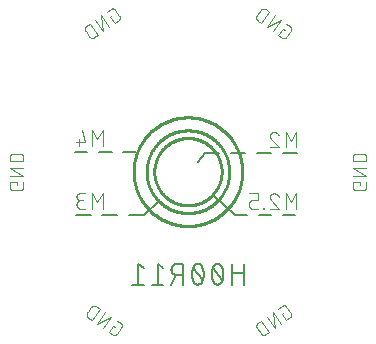
<source format=gbr>
G04 EAGLE Gerber RS-274X export*
G75*
%MOMM*%
%FSLAX34Y34*%
%LPD*%
%INSilkscreen Bottom*%
%IPPOS*%
%AMOC8*
5,1,8,0,0,1.08239X$1,22.5*%
G01*
%ADD10C,0.101600*%
%ADD11C,0.152400*%
%ADD12C,0.254000*%
%ADD13C,0.203200*%


D10*
X428096Y466183D02*
X426501Y467300D01*
X422778Y461983D01*
X425968Y459749D01*
X426051Y459694D01*
X426135Y459642D01*
X426222Y459593D01*
X426310Y459547D01*
X426400Y459505D01*
X426492Y459466D01*
X426585Y459431D01*
X426679Y459399D01*
X426774Y459371D01*
X426871Y459347D01*
X426968Y459326D01*
X427066Y459310D01*
X427165Y459296D01*
X427264Y459287D01*
X427363Y459282D01*
X427463Y459280D01*
X427562Y459282D01*
X427661Y459288D01*
X427760Y459298D01*
X427859Y459311D01*
X427957Y459329D01*
X428054Y459350D01*
X428150Y459374D01*
X428246Y459403D01*
X428340Y459435D01*
X428433Y459470D01*
X428524Y459509D01*
X428614Y459552D01*
X428702Y459598D01*
X428788Y459647D01*
X428873Y459700D01*
X428955Y459756D01*
X429035Y459815D01*
X429113Y459877D01*
X429188Y459942D01*
X429261Y460009D01*
X429331Y460080D01*
X429399Y460153D01*
X429463Y460229D01*
X429525Y460307D01*
X429584Y460387D01*
X433307Y465704D01*
X433362Y465787D01*
X433414Y465871D01*
X433463Y465958D01*
X433509Y466046D01*
X433551Y466136D01*
X433590Y466228D01*
X433625Y466321D01*
X433657Y466415D01*
X433685Y466510D01*
X433709Y466607D01*
X433730Y466704D01*
X433746Y466802D01*
X433760Y466901D01*
X433769Y467000D01*
X433774Y467099D01*
X433776Y467199D01*
X433774Y467298D01*
X433768Y467397D01*
X433758Y467496D01*
X433745Y467595D01*
X433727Y467693D01*
X433706Y467790D01*
X433682Y467886D01*
X433653Y467982D01*
X433621Y468076D01*
X433586Y468169D01*
X433547Y468260D01*
X433504Y468350D01*
X433458Y468438D01*
X433409Y468524D01*
X433356Y468609D01*
X433300Y468691D01*
X433241Y468771D01*
X433179Y468849D01*
X433114Y468924D01*
X433047Y468997D01*
X432976Y469067D01*
X432903Y469135D01*
X432827Y469199D01*
X432749Y469261D01*
X432669Y469320D01*
X432670Y469320D02*
X429479Y471554D01*
X424810Y474824D02*
X418108Y465253D01*
X412791Y468976D02*
X424810Y474824D01*
X419492Y478547D02*
X412791Y468976D01*
X408121Y472246D02*
X414822Y481817D01*
X412164Y483678D01*
X412164Y483679D02*
X412070Y483742D01*
X411974Y483802D01*
X411876Y483859D01*
X411776Y483912D01*
X411674Y483962D01*
X411570Y484008D01*
X411465Y484050D01*
X411359Y484089D01*
X411251Y484124D01*
X411142Y484155D01*
X411032Y484183D01*
X410921Y484206D01*
X410810Y484226D01*
X410698Y484242D01*
X410585Y484254D01*
X410472Y484262D01*
X410359Y484266D01*
X410245Y484266D01*
X410132Y484262D01*
X410019Y484254D01*
X409906Y484242D01*
X409794Y484226D01*
X409683Y484206D01*
X409572Y484183D01*
X409462Y484155D01*
X409353Y484124D01*
X409245Y484089D01*
X409139Y484050D01*
X409034Y484008D01*
X408930Y483962D01*
X408828Y483912D01*
X408728Y483859D01*
X408630Y483802D01*
X408534Y483742D01*
X408440Y483679D01*
X408349Y483612D01*
X408259Y483543D01*
X408172Y483470D01*
X408088Y483394D01*
X408007Y483315D01*
X407928Y483234D01*
X407852Y483150D01*
X407779Y483063D01*
X407710Y482974D01*
X407643Y482882D01*
X407644Y482881D02*
X404665Y478628D01*
X404602Y478534D01*
X404542Y478438D01*
X404485Y478340D01*
X404432Y478240D01*
X404382Y478138D01*
X404336Y478034D01*
X404294Y477929D01*
X404255Y477823D01*
X404220Y477715D01*
X404189Y477606D01*
X404161Y477496D01*
X404138Y477385D01*
X404118Y477274D01*
X404102Y477162D01*
X404090Y477049D01*
X404082Y476936D01*
X404078Y476823D01*
X404078Y476709D01*
X404082Y476596D01*
X404090Y476483D01*
X404102Y476370D01*
X404118Y476258D01*
X404138Y476147D01*
X404161Y476036D01*
X404189Y475926D01*
X404220Y475817D01*
X404255Y475709D01*
X404294Y475603D01*
X404336Y475498D01*
X404382Y475394D01*
X404432Y475292D01*
X404485Y475192D01*
X404542Y475094D01*
X404602Y474998D01*
X404665Y474904D01*
X404732Y474812D01*
X404801Y474723D01*
X404874Y474636D01*
X404950Y474552D01*
X405029Y474471D01*
X405110Y474392D01*
X405194Y474316D01*
X405281Y474243D01*
X405371Y474174D01*
X405462Y474107D01*
X408121Y472246D01*
X492049Y337254D02*
X492049Y335306D01*
X492049Y337254D02*
X485558Y337254D01*
X485558Y333359D01*
X485560Y333260D01*
X485566Y333160D01*
X485575Y333061D01*
X485588Y332963D01*
X485605Y332865D01*
X485626Y332767D01*
X485651Y332671D01*
X485679Y332576D01*
X485711Y332482D01*
X485746Y332389D01*
X485785Y332297D01*
X485828Y332207D01*
X485873Y332119D01*
X485923Y332032D01*
X485975Y331948D01*
X486031Y331865D01*
X486089Y331785D01*
X486151Y331707D01*
X486216Y331632D01*
X486284Y331559D01*
X486354Y331489D01*
X486427Y331421D01*
X486502Y331356D01*
X486580Y331294D01*
X486660Y331236D01*
X486743Y331180D01*
X486827Y331128D01*
X486914Y331078D01*
X487002Y331033D01*
X487092Y330990D01*
X487184Y330951D01*
X487277Y330916D01*
X487371Y330884D01*
X487466Y330856D01*
X487562Y330831D01*
X487660Y330810D01*
X487758Y330793D01*
X487856Y330780D01*
X487955Y330771D01*
X488055Y330765D01*
X488154Y330763D01*
X494646Y330763D01*
X494745Y330765D01*
X494845Y330771D01*
X494944Y330780D01*
X495042Y330793D01*
X495140Y330810D01*
X495238Y330831D01*
X495334Y330856D01*
X495429Y330884D01*
X495523Y330916D01*
X495616Y330951D01*
X495708Y330990D01*
X495798Y331033D01*
X495886Y331078D01*
X495973Y331128D01*
X496057Y331180D01*
X496140Y331236D01*
X496220Y331294D01*
X496298Y331356D01*
X496373Y331421D01*
X496446Y331489D01*
X496516Y331559D01*
X496584Y331632D01*
X496649Y331707D01*
X496711Y331785D01*
X496769Y331865D01*
X496825Y331948D01*
X496877Y332032D01*
X496927Y332119D01*
X496972Y332207D01*
X497015Y332297D01*
X497054Y332389D01*
X497089Y332481D01*
X497121Y332576D01*
X497149Y332671D01*
X497174Y332767D01*
X497195Y332865D01*
X497212Y332963D01*
X497225Y333061D01*
X497234Y333160D01*
X497240Y333260D01*
X497242Y333359D01*
X497242Y337254D01*
X497242Y342954D02*
X485558Y342954D01*
X485558Y349446D02*
X497242Y342954D01*
X497242Y349446D02*
X485558Y349446D01*
X485558Y355146D02*
X497242Y355146D01*
X497242Y358392D01*
X497240Y358505D01*
X497234Y358618D01*
X497224Y358731D01*
X497210Y358844D01*
X497193Y358956D01*
X497171Y359067D01*
X497146Y359177D01*
X497116Y359287D01*
X497083Y359395D01*
X497046Y359502D01*
X497006Y359608D01*
X496961Y359712D01*
X496913Y359815D01*
X496862Y359916D01*
X496807Y360015D01*
X496749Y360112D01*
X496687Y360207D01*
X496622Y360300D01*
X496554Y360390D01*
X496483Y360478D01*
X496408Y360564D01*
X496331Y360647D01*
X496251Y360727D01*
X496168Y360804D01*
X496082Y360879D01*
X495994Y360950D01*
X495904Y361018D01*
X495811Y361083D01*
X495716Y361145D01*
X495619Y361203D01*
X495520Y361258D01*
X495419Y361309D01*
X495316Y361357D01*
X495212Y361402D01*
X495106Y361442D01*
X494999Y361479D01*
X494891Y361512D01*
X494781Y361542D01*
X494671Y361567D01*
X494560Y361589D01*
X494448Y361606D01*
X494335Y361620D01*
X494222Y361630D01*
X494109Y361636D01*
X493996Y361638D01*
X488804Y361638D01*
X488691Y361636D01*
X488578Y361630D01*
X488465Y361620D01*
X488352Y361606D01*
X488240Y361589D01*
X488129Y361567D01*
X488019Y361542D01*
X487909Y361512D01*
X487801Y361479D01*
X487694Y361442D01*
X487588Y361402D01*
X487484Y361357D01*
X487381Y361309D01*
X487280Y361258D01*
X487181Y361203D01*
X487084Y361145D01*
X486989Y361083D01*
X486896Y361018D01*
X486806Y360950D01*
X486718Y360879D01*
X486632Y360804D01*
X486549Y360727D01*
X486469Y360647D01*
X486392Y360564D01*
X486317Y360478D01*
X486246Y360390D01*
X486178Y360300D01*
X486113Y360207D01*
X486051Y360112D01*
X485993Y360015D01*
X485938Y359916D01*
X485887Y359815D01*
X485839Y359712D01*
X485794Y359608D01*
X485754Y359502D01*
X485717Y359395D01*
X485684Y359287D01*
X485654Y359177D01*
X485629Y359067D01*
X485607Y358956D01*
X485590Y358844D01*
X485576Y358731D01*
X485566Y358618D01*
X485560Y358505D01*
X485558Y358392D01*
X485558Y355146D01*
X427351Y227280D02*
X425756Y226163D01*
X429479Y220846D01*
X432670Y223080D01*
X432669Y223080D02*
X432749Y223139D01*
X432827Y223201D01*
X432903Y223265D01*
X432976Y223333D01*
X433047Y223403D01*
X433114Y223476D01*
X433179Y223551D01*
X433241Y223629D01*
X433300Y223709D01*
X433356Y223791D01*
X433409Y223876D01*
X433458Y223962D01*
X433504Y224050D01*
X433547Y224140D01*
X433586Y224231D01*
X433621Y224324D01*
X433653Y224418D01*
X433682Y224514D01*
X433706Y224610D01*
X433727Y224707D01*
X433745Y224805D01*
X433758Y224904D01*
X433768Y225003D01*
X433774Y225102D01*
X433776Y225201D01*
X433774Y225301D01*
X433769Y225400D01*
X433759Y225499D01*
X433746Y225598D01*
X433730Y225696D01*
X433709Y225793D01*
X433685Y225890D01*
X433657Y225985D01*
X433625Y226079D01*
X433590Y226172D01*
X433551Y226264D01*
X433509Y226354D01*
X433463Y226442D01*
X433414Y226529D01*
X433362Y226613D01*
X433307Y226696D01*
X429584Y232013D01*
X429525Y232093D01*
X429463Y232171D01*
X429399Y232247D01*
X429331Y232320D01*
X429261Y232391D01*
X429188Y232458D01*
X429113Y232523D01*
X429035Y232585D01*
X428955Y232644D01*
X428873Y232700D01*
X428788Y232753D01*
X428702Y232802D01*
X428614Y232848D01*
X428524Y232891D01*
X428433Y232930D01*
X428340Y232965D01*
X428246Y232997D01*
X428150Y233026D01*
X428054Y233050D01*
X427957Y233071D01*
X427859Y233089D01*
X427760Y233102D01*
X427661Y233112D01*
X427562Y233118D01*
X427463Y233120D01*
X427363Y233118D01*
X427264Y233113D01*
X427165Y233104D01*
X427066Y233090D01*
X426968Y233074D01*
X426871Y233053D01*
X426774Y233029D01*
X426679Y233001D01*
X426585Y232969D01*
X426492Y232934D01*
X426400Y232895D01*
X426310Y232853D01*
X426222Y232807D01*
X426135Y232758D01*
X426051Y232706D01*
X425968Y232651D01*
X422778Y230417D01*
X418108Y227147D02*
X424809Y217576D01*
X419492Y213853D02*
X418108Y227147D01*
X412791Y223424D02*
X419492Y213853D01*
X414822Y210583D02*
X408121Y220154D01*
X405462Y218292D01*
X405462Y218293D02*
X405371Y218226D01*
X405281Y218157D01*
X405194Y218084D01*
X405110Y218008D01*
X405029Y217929D01*
X404950Y217848D01*
X404874Y217764D01*
X404801Y217677D01*
X404732Y217588D01*
X404665Y217496D01*
X404602Y217402D01*
X404542Y217306D01*
X404485Y217208D01*
X404432Y217108D01*
X404382Y217006D01*
X404336Y216902D01*
X404294Y216797D01*
X404255Y216691D01*
X404220Y216583D01*
X404189Y216474D01*
X404161Y216364D01*
X404138Y216253D01*
X404118Y216142D01*
X404102Y216030D01*
X404090Y215917D01*
X404082Y215804D01*
X404078Y215691D01*
X404078Y215577D01*
X404082Y215464D01*
X404090Y215351D01*
X404102Y215238D01*
X404118Y215126D01*
X404138Y215015D01*
X404161Y214904D01*
X404189Y214794D01*
X404220Y214685D01*
X404255Y214577D01*
X404294Y214471D01*
X404336Y214366D01*
X404382Y214262D01*
X404432Y214160D01*
X404485Y214060D01*
X404542Y213962D01*
X404602Y213866D01*
X404665Y213772D01*
X407644Y209518D01*
X407643Y209518D02*
X407710Y209427D01*
X407779Y209337D01*
X407852Y209250D01*
X407928Y209166D01*
X408007Y209085D01*
X408088Y209006D01*
X408172Y208930D01*
X408259Y208857D01*
X408349Y208788D01*
X408440Y208721D01*
X408534Y208658D01*
X408630Y208598D01*
X408728Y208541D01*
X408828Y208488D01*
X408930Y208438D01*
X409034Y208392D01*
X409139Y208350D01*
X409245Y208311D01*
X409353Y208276D01*
X409462Y208245D01*
X409572Y208217D01*
X409683Y208194D01*
X409794Y208174D01*
X409906Y208158D01*
X410019Y208146D01*
X410132Y208138D01*
X410245Y208134D01*
X410359Y208134D01*
X410472Y208138D01*
X410585Y208146D01*
X410698Y208158D01*
X410810Y208174D01*
X410921Y208194D01*
X411032Y208217D01*
X411142Y208245D01*
X411251Y208276D01*
X411359Y208311D01*
X411465Y208350D01*
X411570Y208392D01*
X411674Y208438D01*
X411776Y208488D01*
X411876Y208541D01*
X411974Y208598D01*
X412070Y208658D01*
X412164Y208721D01*
X414822Y210583D01*
X201649Y335306D02*
X201649Y337254D01*
X195158Y337254D01*
X195158Y333359D01*
X195160Y333260D01*
X195166Y333160D01*
X195175Y333061D01*
X195188Y332963D01*
X195205Y332865D01*
X195226Y332767D01*
X195251Y332671D01*
X195279Y332576D01*
X195311Y332482D01*
X195346Y332389D01*
X195385Y332297D01*
X195428Y332207D01*
X195473Y332119D01*
X195523Y332032D01*
X195575Y331948D01*
X195631Y331865D01*
X195689Y331785D01*
X195751Y331707D01*
X195816Y331632D01*
X195884Y331559D01*
X195954Y331489D01*
X196027Y331421D01*
X196102Y331356D01*
X196180Y331294D01*
X196260Y331236D01*
X196343Y331180D01*
X196427Y331128D01*
X196514Y331078D01*
X196602Y331033D01*
X196692Y330990D01*
X196784Y330951D01*
X196877Y330916D01*
X196971Y330884D01*
X197066Y330856D01*
X197162Y330831D01*
X197260Y330810D01*
X197358Y330793D01*
X197456Y330780D01*
X197555Y330771D01*
X197655Y330765D01*
X197754Y330763D01*
X204246Y330763D01*
X204345Y330765D01*
X204445Y330771D01*
X204544Y330780D01*
X204642Y330793D01*
X204740Y330810D01*
X204838Y330831D01*
X204934Y330856D01*
X205029Y330884D01*
X205123Y330916D01*
X205216Y330951D01*
X205308Y330990D01*
X205398Y331033D01*
X205486Y331078D01*
X205573Y331128D01*
X205657Y331180D01*
X205740Y331236D01*
X205820Y331294D01*
X205898Y331356D01*
X205973Y331421D01*
X206046Y331489D01*
X206116Y331559D01*
X206184Y331632D01*
X206249Y331707D01*
X206311Y331785D01*
X206369Y331865D01*
X206425Y331948D01*
X206477Y332032D01*
X206527Y332119D01*
X206572Y332207D01*
X206615Y332297D01*
X206654Y332389D01*
X206689Y332481D01*
X206721Y332576D01*
X206749Y332671D01*
X206774Y332767D01*
X206795Y332865D01*
X206812Y332963D01*
X206825Y333061D01*
X206834Y333160D01*
X206840Y333260D01*
X206842Y333359D01*
X206842Y337254D01*
X206842Y342954D02*
X195158Y342954D01*
X195158Y349446D02*
X206842Y342954D01*
X206842Y349446D02*
X195158Y349446D01*
X195158Y355146D02*
X206842Y355146D01*
X206842Y358392D01*
X206840Y358505D01*
X206834Y358618D01*
X206824Y358731D01*
X206810Y358844D01*
X206793Y358956D01*
X206771Y359067D01*
X206746Y359177D01*
X206716Y359287D01*
X206683Y359395D01*
X206646Y359502D01*
X206606Y359608D01*
X206561Y359712D01*
X206513Y359815D01*
X206462Y359916D01*
X206407Y360015D01*
X206349Y360112D01*
X206287Y360207D01*
X206222Y360300D01*
X206154Y360390D01*
X206083Y360478D01*
X206008Y360564D01*
X205931Y360647D01*
X205851Y360727D01*
X205768Y360804D01*
X205682Y360879D01*
X205594Y360950D01*
X205504Y361018D01*
X205411Y361083D01*
X205316Y361145D01*
X205219Y361203D01*
X205120Y361258D01*
X205019Y361309D01*
X204916Y361357D01*
X204812Y361402D01*
X204706Y361442D01*
X204599Y361479D01*
X204491Y361512D01*
X204381Y361542D01*
X204271Y361567D01*
X204160Y361589D01*
X204048Y361606D01*
X203935Y361620D01*
X203822Y361630D01*
X203709Y361636D01*
X203596Y361638D01*
X198404Y361638D01*
X198291Y361636D01*
X198178Y361630D01*
X198065Y361620D01*
X197952Y361606D01*
X197840Y361589D01*
X197729Y361567D01*
X197619Y361542D01*
X197509Y361512D01*
X197401Y361479D01*
X197294Y361442D01*
X197188Y361402D01*
X197084Y361357D01*
X196981Y361309D01*
X196880Y361258D01*
X196781Y361203D01*
X196684Y361145D01*
X196589Y361083D01*
X196496Y361018D01*
X196406Y360950D01*
X196318Y360879D01*
X196232Y360804D01*
X196149Y360727D01*
X196069Y360647D01*
X195992Y360564D01*
X195917Y360478D01*
X195846Y360390D01*
X195778Y360300D01*
X195713Y360207D01*
X195651Y360112D01*
X195593Y360015D01*
X195538Y359916D01*
X195487Y359815D01*
X195439Y359712D01*
X195394Y359608D01*
X195354Y359502D01*
X195317Y359395D01*
X195284Y359287D01*
X195254Y359177D01*
X195229Y359067D01*
X195207Y358956D01*
X195190Y358844D01*
X195176Y358731D01*
X195166Y358618D01*
X195160Y358505D01*
X195158Y358392D01*
X195158Y355146D01*
X280556Y477563D02*
X282151Y478680D01*
X280556Y477563D02*
X284279Y472246D01*
X287470Y474480D01*
X287469Y474480D02*
X287549Y474539D01*
X287627Y474601D01*
X287703Y474665D01*
X287776Y474733D01*
X287847Y474803D01*
X287914Y474876D01*
X287979Y474951D01*
X288041Y475029D01*
X288100Y475109D01*
X288156Y475191D01*
X288209Y475276D01*
X288258Y475362D01*
X288304Y475450D01*
X288347Y475540D01*
X288386Y475631D01*
X288421Y475724D01*
X288453Y475818D01*
X288482Y475914D01*
X288506Y476010D01*
X288527Y476107D01*
X288545Y476205D01*
X288558Y476304D01*
X288568Y476403D01*
X288574Y476502D01*
X288576Y476601D01*
X288574Y476701D01*
X288569Y476800D01*
X288559Y476899D01*
X288546Y476998D01*
X288530Y477096D01*
X288509Y477193D01*
X288485Y477290D01*
X288457Y477385D01*
X288425Y477479D01*
X288390Y477572D01*
X288351Y477664D01*
X288309Y477754D01*
X288263Y477842D01*
X288214Y477929D01*
X288162Y478013D01*
X288107Y478096D01*
X284384Y483413D01*
X284325Y483493D01*
X284263Y483571D01*
X284199Y483647D01*
X284131Y483720D01*
X284061Y483791D01*
X283988Y483858D01*
X283913Y483923D01*
X283835Y483985D01*
X283755Y484044D01*
X283673Y484100D01*
X283588Y484153D01*
X283502Y484202D01*
X283414Y484248D01*
X283324Y484291D01*
X283233Y484330D01*
X283140Y484365D01*
X283046Y484397D01*
X282950Y484426D01*
X282854Y484450D01*
X282757Y484471D01*
X282659Y484489D01*
X282560Y484502D01*
X282461Y484512D01*
X282362Y484518D01*
X282263Y484520D01*
X282163Y484518D01*
X282064Y484513D01*
X281965Y484504D01*
X281866Y484490D01*
X281768Y484474D01*
X281671Y484453D01*
X281574Y484429D01*
X281479Y484401D01*
X281385Y484369D01*
X281292Y484334D01*
X281200Y484295D01*
X281110Y484253D01*
X281022Y484207D01*
X280935Y484158D01*
X280851Y484106D01*
X280768Y484051D01*
X277578Y481817D01*
X272908Y478547D02*
X279609Y468976D01*
X274292Y465253D02*
X272908Y478547D01*
X267591Y474824D02*
X274292Y465253D01*
X269622Y461983D02*
X262921Y471554D01*
X260262Y469692D01*
X260262Y469693D02*
X260171Y469626D01*
X260081Y469557D01*
X259994Y469484D01*
X259910Y469408D01*
X259829Y469329D01*
X259750Y469248D01*
X259674Y469164D01*
X259601Y469077D01*
X259532Y468988D01*
X259465Y468896D01*
X259402Y468802D01*
X259342Y468706D01*
X259285Y468608D01*
X259232Y468508D01*
X259182Y468406D01*
X259136Y468302D01*
X259094Y468197D01*
X259055Y468091D01*
X259020Y467983D01*
X258989Y467874D01*
X258961Y467764D01*
X258938Y467653D01*
X258918Y467542D01*
X258902Y467430D01*
X258890Y467317D01*
X258882Y467204D01*
X258878Y467091D01*
X258878Y466977D01*
X258882Y466864D01*
X258890Y466751D01*
X258902Y466638D01*
X258918Y466526D01*
X258938Y466415D01*
X258961Y466304D01*
X258989Y466194D01*
X259020Y466085D01*
X259055Y465977D01*
X259094Y465871D01*
X259136Y465766D01*
X259182Y465662D01*
X259232Y465560D01*
X259285Y465460D01*
X259342Y465362D01*
X259402Y465266D01*
X259465Y465172D01*
X262444Y460918D01*
X262443Y460918D02*
X262510Y460827D01*
X262579Y460737D01*
X262652Y460650D01*
X262728Y460566D01*
X262807Y460485D01*
X262888Y460406D01*
X262972Y460330D01*
X263059Y460257D01*
X263149Y460188D01*
X263240Y460121D01*
X263334Y460058D01*
X263430Y459998D01*
X263528Y459941D01*
X263628Y459888D01*
X263730Y459838D01*
X263834Y459792D01*
X263939Y459750D01*
X264045Y459711D01*
X264153Y459676D01*
X264262Y459645D01*
X264372Y459617D01*
X264483Y459594D01*
X264594Y459574D01*
X264706Y459558D01*
X264819Y459546D01*
X264932Y459538D01*
X265045Y459534D01*
X265159Y459534D01*
X265272Y459538D01*
X265385Y459546D01*
X265498Y459558D01*
X265610Y459574D01*
X265721Y459594D01*
X265832Y459617D01*
X265942Y459645D01*
X266051Y459676D01*
X266159Y459711D01*
X266265Y459750D01*
X266370Y459792D01*
X266474Y459838D01*
X266576Y459888D01*
X266676Y459941D01*
X266774Y459998D01*
X266870Y460058D01*
X266964Y460121D01*
X269622Y461983D01*
D11*
X393575Y268493D02*
X393575Y250713D01*
X393575Y260591D02*
X383698Y260591D01*
X383698Y268493D02*
X383698Y250713D01*
X376267Y259603D02*
X376263Y259953D01*
X376250Y260302D01*
X376229Y260651D01*
X376200Y261000D01*
X376163Y261348D01*
X376117Y261695D01*
X376063Y262040D01*
X376001Y262384D01*
X375930Y262727D01*
X375851Y263068D01*
X375765Y263407D01*
X375670Y263743D01*
X375567Y264078D01*
X375456Y264409D01*
X375338Y264739D01*
X375211Y265065D01*
X375077Y265388D01*
X374935Y265707D01*
X374785Y266024D01*
X374745Y266137D01*
X374701Y266247D01*
X374653Y266357D01*
X374602Y266464D01*
X374547Y266570D01*
X374489Y266675D01*
X374427Y266777D01*
X374362Y266877D01*
X374294Y266975D01*
X374223Y267071D01*
X374148Y267164D01*
X374071Y267255D01*
X373991Y267343D01*
X373908Y267428D01*
X373822Y267511D01*
X373733Y267591D01*
X373642Y267668D01*
X373548Y267742D01*
X373452Y267813D01*
X373354Y267881D01*
X373254Y267945D01*
X373151Y268007D01*
X373047Y268064D01*
X372941Y268119D01*
X372833Y268170D01*
X372723Y268217D01*
X372612Y268261D01*
X372500Y268301D01*
X372386Y268337D01*
X372272Y268370D01*
X372156Y268399D01*
X372039Y268424D01*
X371922Y268445D01*
X371804Y268463D01*
X371685Y268476D01*
X371566Y268486D01*
X371447Y268492D01*
X371328Y268494D01*
X371328Y268493D02*
X371209Y268491D01*
X371090Y268485D01*
X370971Y268475D01*
X370852Y268462D01*
X370734Y268444D01*
X370617Y268423D01*
X370500Y268398D01*
X370384Y268369D01*
X370270Y268336D01*
X370156Y268300D01*
X370044Y268260D01*
X369933Y268216D01*
X369823Y268169D01*
X369715Y268118D01*
X369609Y268063D01*
X369505Y268006D01*
X369402Y267944D01*
X369302Y267880D01*
X369204Y267812D01*
X369108Y267741D01*
X369014Y267667D01*
X368923Y267590D01*
X368834Y267510D01*
X368749Y267427D01*
X368665Y267342D01*
X368585Y267254D01*
X368508Y267163D01*
X368433Y267070D01*
X368362Y266974D01*
X368294Y266876D01*
X368229Y266776D01*
X368167Y266674D01*
X368109Y266569D01*
X368054Y266464D01*
X368003Y266356D01*
X367955Y266246D01*
X367911Y266136D01*
X367871Y266023D01*
X367871Y266024D02*
X367721Y265707D01*
X367579Y265388D01*
X367445Y265065D01*
X367318Y264739D01*
X367200Y264409D01*
X367089Y264078D01*
X366986Y263743D01*
X366891Y263407D01*
X366805Y263068D01*
X366726Y262727D01*
X366655Y262384D01*
X366593Y262040D01*
X366539Y261695D01*
X366493Y261348D01*
X366456Y261000D01*
X366427Y260651D01*
X366406Y260302D01*
X366393Y259953D01*
X366389Y259603D01*
X376266Y259603D02*
X376262Y259253D01*
X376249Y258904D01*
X376228Y258555D01*
X376199Y258206D01*
X376162Y257858D01*
X376116Y257511D01*
X376062Y257166D01*
X376000Y256822D01*
X375929Y256479D01*
X375850Y256138D01*
X375764Y255799D01*
X375669Y255463D01*
X375566Y255128D01*
X375455Y254797D01*
X375337Y254468D01*
X375210Y254141D01*
X375076Y253818D01*
X374934Y253499D01*
X374784Y253183D01*
X374785Y253183D02*
X374745Y253070D01*
X374701Y252960D01*
X374653Y252850D01*
X374602Y252743D01*
X374547Y252637D01*
X374489Y252532D01*
X374427Y252430D01*
X374362Y252330D01*
X374294Y252232D01*
X374223Y252136D01*
X374148Y252043D01*
X374071Y251952D01*
X373991Y251864D01*
X373908Y251779D01*
X373822Y251696D01*
X373733Y251616D01*
X373642Y251539D01*
X373548Y251465D01*
X373452Y251394D01*
X373354Y251326D01*
X373254Y251262D01*
X373151Y251200D01*
X373047Y251143D01*
X372941Y251088D01*
X372833Y251037D01*
X372723Y250990D01*
X372612Y250946D01*
X372500Y250906D01*
X372386Y250870D01*
X372272Y250837D01*
X372156Y250808D01*
X372039Y250783D01*
X371922Y250762D01*
X371804Y250744D01*
X371685Y250731D01*
X371566Y250721D01*
X371447Y250715D01*
X371328Y250713D01*
X367871Y253183D02*
X367721Y253499D01*
X367579Y253818D01*
X367445Y254141D01*
X367318Y254468D01*
X367200Y254797D01*
X367089Y255128D01*
X366986Y255463D01*
X366891Y255799D01*
X366805Y256138D01*
X366726Y256479D01*
X366655Y256822D01*
X366593Y257166D01*
X366539Y257511D01*
X366493Y257858D01*
X366456Y258206D01*
X366427Y258555D01*
X366406Y258904D01*
X366393Y259253D01*
X366389Y259603D01*
X367871Y253183D02*
X367911Y253070D01*
X367955Y252960D01*
X368003Y252850D01*
X368054Y252742D01*
X368109Y252636D01*
X368167Y252532D01*
X368229Y252430D01*
X368294Y252330D01*
X368362Y252232D01*
X368433Y252136D01*
X368508Y252043D01*
X368585Y251952D01*
X368665Y251864D01*
X368749Y251779D01*
X368834Y251696D01*
X368923Y251616D01*
X369014Y251539D01*
X369108Y251465D01*
X369204Y251394D01*
X369302Y251326D01*
X369402Y251262D01*
X369505Y251200D01*
X369609Y251142D01*
X369715Y251088D01*
X369823Y251037D01*
X369933Y250990D01*
X370044Y250946D01*
X370156Y250906D01*
X370270Y250870D01*
X370384Y250837D01*
X370500Y250808D01*
X370617Y250783D01*
X370734Y250762D01*
X370852Y250744D01*
X370971Y250731D01*
X371090Y250721D01*
X371209Y250715D01*
X371328Y250713D01*
X375279Y254664D02*
X367377Y264542D01*
X359516Y259603D02*
X359512Y259953D01*
X359499Y260302D01*
X359478Y260651D01*
X359449Y261000D01*
X359412Y261348D01*
X359366Y261695D01*
X359312Y262040D01*
X359250Y262384D01*
X359179Y262727D01*
X359100Y263068D01*
X359014Y263407D01*
X358919Y263743D01*
X358816Y264078D01*
X358705Y264409D01*
X358587Y264739D01*
X358460Y265065D01*
X358326Y265388D01*
X358184Y265707D01*
X358034Y266024D01*
X357994Y266137D01*
X357950Y266247D01*
X357902Y266357D01*
X357851Y266464D01*
X357796Y266570D01*
X357738Y266675D01*
X357676Y266777D01*
X357611Y266877D01*
X357543Y266975D01*
X357472Y267071D01*
X357397Y267164D01*
X357320Y267255D01*
X357240Y267343D01*
X357157Y267428D01*
X357071Y267511D01*
X356982Y267591D01*
X356891Y267668D01*
X356797Y267742D01*
X356701Y267813D01*
X356603Y267881D01*
X356503Y267945D01*
X356400Y268007D01*
X356296Y268064D01*
X356190Y268119D01*
X356082Y268170D01*
X355972Y268217D01*
X355861Y268261D01*
X355749Y268301D01*
X355635Y268337D01*
X355521Y268370D01*
X355405Y268399D01*
X355288Y268424D01*
X355171Y268445D01*
X355053Y268463D01*
X354934Y268476D01*
X354815Y268486D01*
X354696Y268492D01*
X354577Y268494D01*
X354577Y268493D02*
X354458Y268491D01*
X354339Y268485D01*
X354220Y268475D01*
X354101Y268462D01*
X353983Y268444D01*
X353866Y268423D01*
X353749Y268398D01*
X353633Y268369D01*
X353519Y268336D01*
X353405Y268300D01*
X353293Y268260D01*
X353182Y268216D01*
X353072Y268169D01*
X352964Y268118D01*
X352858Y268063D01*
X352754Y268006D01*
X352651Y267944D01*
X352551Y267880D01*
X352453Y267812D01*
X352357Y267741D01*
X352263Y267667D01*
X352172Y267590D01*
X352083Y267510D01*
X351998Y267427D01*
X351914Y267342D01*
X351834Y267254D01*
X351757Y267163D01*
X351682Y267070D01*
X351611Y266974D01*
X351543Y266876D01*
X351478Y266776D01*
X351416Y266674D01*
X351358Y266569D01*
X351303Y266464D01*
X351252Y266356D01*
X351204Y266246D01*
X351160Y266136D01*
X351120Y266023D01*
X351120Y266024D02*
X350970Y265707D01*
X350828Y265388D01*
X350694Y265065D01*
X350567Y264739D01*
X350449Y264409D01*
X350338Y264078D01*
X350235Y263743D01*
X350140Y263407D01*
X350054Y263068D01*
X349975Y262727D01*
X349904Y262384D01*
X349842Y262040D01*
X349788Y261695D01*
X349742Y261348D01*
X349705Y261000D01*
X349676Y260651D01*
X349655Y260302D01*
X349642Y259953D01*
X349638Y259603D01*
X359516Y259603D02*
X359512Y259253D01*
X359499Y258904D01*
X359478Y258555D01*
X359449Y258206D01*
X359412Y257858D01*
X359366Y257511D01*
X359312Y257166D01*
X359250Y256822D01*
X359179Y256479D01*
X359100Y256138D01*
X359014Y255799D01*
X358919Y255463D01*
X358816Y255128D01*
X358705Y254797D01*
X358587Y254468D01*
X358460Y254141D01*
X358326Y253818D01*
X358184Y253499D01*
X358034Y253183D01*
X357994Y253070D01*
X357950Y252960D01*
X357902Y252850D01*
X357851Y252743D01*
X357796Y252637D01*
X357738Y252532D01*
X357676Y252430D01*
X357611Y252330D01*
X357543Y252232D01*
X357472Y252136D01*
X357397Y252043D01*
X357320Y251952D01*
X357240Y251864D01*
X357157Y251779D01*
X357071Y251696D01*
X356982Y251616D01*
X356891Y251539D01*
X356797Y251465D01*
X356701Y251394D01*
X356603Y251326D01*
X356503Y251262D01*
X356400Y251200D01*
X356296Y251143D01*
X356190Y251088D01*
X356082Y251037D01*
X355972Y250990D01*
X355861Y250946D01*
X355749Y250906D01*
X355635Y250870D01*
X355521Y250837D01*
X355405Y250808D01*
X355288Y250783D01*
X355171Y250762D01*
X355053Y250744D01*
X354934Y250731D01*
X354815Y250721D01*
X354696Y250715D01*
X354577Y250713D01*
X351121Y253183D02*
X350971Y253499D01*
X350829Y253818D01*
X350695Y254141D01*
X350568Y254468D01*
X350450Y254797D01*
X350339Y255128D01*
X350236Y255463D01*
X350141Y255799D01*
X350055Y256138D01*
X349976Y256479D01*
X349905Y256822D01*
X349843Y257166D01*
X349789Y257511D01*
X349743Y257858D01*
X349706Y258206D01*
X349677Y258555D01*
X349656Y258904D01*
X349643Y259253D01*
X349639Y259603D01*
X351120Y253183D02*
X351160Y253070D01*
X351204Y252960D01*
X351252Y252850D01*
X351303Y252742D01*
X351358Y252636D01*
X351416Y252532D01*
X351478Y252430D01*
X351543Y252330D01*
X351611Y252232D01*
X351682Y252136D01*
X351757Y252043D01*
X351834Y251952D01*
X351914Y251864D01*
X351998Y251779D01*
X352083Y251696D01*
X352172Y251616D01*
X352263Y251539D01*
X352357Y251465D01*
X352453Y251394D01*
X352551Y251326D01*
X352651Y251262D01*
X352754Y251200D01*
X352858Y251142D01*
X352964Y251088D01*
X353072Y251037D01*
X353182Y250990D01*
X353293Y250946D01*
X353405Y250906D01*
X353519Y250870D01*
X353633Y250837D01*
X353749Y250808D01*
X353866Y250783D01*
X353983Y250762D01*
X354101Y250744D01*
X354220Y250731D01*
X354339Y250721D01*
X354458Y250715D01*
X354577Y250713D01*
X358528Y254664D02*
X350626Y264542D01*
X342122Y268493D02*
X342122Y250713D01*
X342122Y268493D02*
X337183Y268493D01*
X337043Y268491D01*
X336904Y268485D01*
X336764Y268475D01*
X336625Y268461D01*
X336486Y268444D01*
X336348Y268422D01*
X336211Y268396D01*
X336074Y268367D01*
X335938Y268334D01*
X335804Y268297D01*
X335670Y268256D01*
X335538Y268211D01*
X335406Y268162D01*
X335277Y268110D01*
X335149Y268055D01*
X335022Y267995D01*
X334897Y267932D01*
X334774Y267866D01*
X334653Y267796D01*
X334534Y267723D01*
X334417Y267646D01*
X334303Y267566D01*
X334190Y267483D01*
X334080Y267397D01*
X333973Y267307D01*
X333868Y267215D01*
X333766Y267120D01*
X333666Y267022D01*
X333569Y266921D01*
X333475Y266817D01*
X333385Y266711D01*
X333297Y266602D01*
X333212Y266491D01*
X333131Y266377D01*
X333052Y266262D01*
X332977Y266144D01*
X332906Y266024D01*
X332838Y265901D01*
X332773Y265778D01*
X332712Y265652D01*
X332654Y265524D01*
X332600Y265396D01*
X332550Y265265D01*
X332503Y265133D01*
X332460Y265000D01*
X332421Y264866D01*
X332386Y264731D01*
X332355Y264595D01*
X332327Y264457D01*
X332304Y264320D01*
X332284Y264181D01*
X332268Y264042D01*
X332256Y263903D01*
X332248Y263764D01*
X332244Y263624D01*
X332244Y263484D01*
X332248Y263344D01*
X332256Y263205D01*
X332268Y263066D01*
X332284Y262927D01*
X332304Y262788D01*
X332327Y262651D01*
X332355Y262513D01*
X332386Y262377D01*
X332421Y262242D01*
X332460Y262108D01*
X332503Y261975D01*
X332550Y261843D01*
X332600Y261712D01*
X332654Y261584D01*
X332712Y261456D01*
X332773Y261330D01*
X332838Y261207D01*
X332906Y261084D01*
X332977Y260964D01*
X333052Y260846D01*
X333131Y260731D01*
X333212Y260617D01*
X333297Y260506D01*
X333385Y260397D01*
X333475Y260291D01*
X333569Y260187D01*
X333666Y260086D01*
X333766Y259988D01*
X333868Y259893D01*
X333973Y259801D01*
X334080Y259711D01*
X334190Y259625D01*
X334303Y259542D01*
X334417Y259462D01*
X334534Y259385D01*
X334653Y259312D01*
X334774Y259242D01*
X334897Y259176D01*
X335022Y259113D01*
X335149Y259053D01*
X335277Y258998D01*
X335406Y258946D01*
X335538Y258897D01*
X335670Y258852D01*
X335804Y258811D01*
X335938Y258774D01*
X336074Y258741D01*
X336211Y258712D01*
X336348Y258686D01*
X336486Y258664D01*
X336625Y258647D01*
X336764Y258633D01*
X336904Y258623D01*
X337043Y258617D01*
X337183Y258615D01*
X342122Y258615D01*
X336195Y258615D02*
X332244Y250713D01*
X325457Y264542D02*
X320518Y268493D01*
X320518Y250713D01*
X325457Y250713D02*
X315579Y250713D01*
X308706Y264542D02*
X303768Y268493D01*
X303768Y250713D01*
X308706Y250713D02*
X298829Y250713D01*
D12*
X311202Y346202D02*
X311213Y347061D01*
X311244Y347919D01*
X311297Y348777D01*
X311371Y349633D01*
X311465Y350486D01*
X311581Y351338D01*
X311717Y352186D01*
X311875Y353030D01*
X312052Y353871D01*
X312251Y354706D01*
X312470Y355537D01*
X312709Y356362D01*
X312969Y357181D01*
X313248Y357993D01*
X313547Y358798D01*
X313866Y359596D01*
X314205Y360385D01*
X314562Y361166D01*
X314939Y361938D01*
X315335Y362701D01*
X315749Y363453D01*
X316181Y364196D01*
X316632Y364927D01*
X317101Y365647D01*
X317587Y366355D01*
X318090Y367051D01*
X318610Y367735D01*
X319147Y368406D01*
X319700Y369063D01*
X320269Y369707D01*
X320853Y370336D01*
X321453Y370951D01*
X322068Y371551D01*
X322697Y372135D01*
X323341Y372704D01*
X323998Y373257D01*
X324669Y373794D01*
X325353Y374314D01*
X326049Y374817D01*
X326757Y375303D01*
X327477Y375772D01*
X328208Y376223D01*
X328951Y376655D01*
X329703Y377069D01*
X330466Y377465D01*
X331238Y377842D01*
X332019Y378199D01*
X332808Y378538D01*
X333606Y378857D01*
X334411Y379156D01*
X335223Y379435D01*
X336042Y379695D01*
X336867Y379934D01*
X337698Y380153D01*
X338533Y380352D01*
X339374Y380529D01*
X340218Y380687D01*
X341066Y380823D01*
X341918Y380939D01*
X342771Y381033D01*
X343627Y381107D01*
X344485Y381160D01*
X345343Y381191D01*
X346202Y381202D01*
X347061Y381191D01*
X347919Y381160D01*
X348777Y381107D01*
X349633Y381033D01*
X350486Y380939D01*
X351338Y380823D01*
X352186Y380687D01*
X353030Y380529D01*
X353871Y380352D01*
X354706Y380153D01*
X355537Y379934D01*
X356362Y379695D01*
X357181Y379435D01*
X357993Y379156D01*
X358798Y378857D01*
X359596Y378538D01*
X360385Y378199D01*
X361166Y377842D01*
X361938Y377465D01*
X362701Y377069D01*
X363453Y376655D01*
X364196Y376223D01*
X364927Y375772D01*
X365647Y375303D01*
X366355Y374817D01*
X367051Y374314D01*
X367735Y373794D01*
X368406Y373257D01*
X369063Y372704D01*
X369707Y372135D01*
X370336Y371551D01*
X370951Y370951D01*
X371551Y370336D01*
X372135Y369707D01*
X372704Y369063D01*
X373257Y368406D01*
X373794Y367735D01*
X374314Y367051D01*
X374817Y366355D01*
X375303Y365647D01*
X375772Y364927D01*
X376223Y364196D01*
X376655Y363453D01*
X377069Y362701D01*
X377465Y361938D01*
X377842Y361166D01*
X378199Y360385D01*
X378538Y359596D01*
X378857Y358798D01*
X379156Y357993D01*
X379435Y357181D01*
X379695Y356362D01*
X379934Y355537D01*
X380153Y354706D01*
X380352Y353871D01*
X380529Y353030D01*
X380687Y352186D01*
X380823Y351338D01*
X380939Y350486D01*
X381033Y349633D01*
X381107Y348777D01*
X381160Y347919D01*
X381191Y347061D01*
X381202Y346202D01*
X381191Y345343D01*
X381160Y344485D01*
X381107Y343627D01*
X381033Y342771D01*
X380939Y341918D01*
X380823Y341066D01*
X380687Y340218D01*
X380529Y339374D01*
X380352Y338533D01*
X380153Y337698D01*
X379934Y336867D01*
X379695Y336042D01*
X379435Y335223D01*
X379156Y334411D01*
X378857Y333606D01*
X378538Y332808D01*
X378199Y332019D01*
X377842Y331238D01*
X377465Y330466D01*
X377069Y329703D01*
X376655Y328951D01*
X376223Y328208D01*
X375772Y327477D01*
X375303Y326757D01*
X374817Y326049D01*
X374314Y325353D01*
X373794Y324669D01*
X373257Y323998D01*
X372704Y323341D01*
X372135Y322697D01*
X371551Y322068D01*
X370951Y321453D01*
X370336Y320853D01*
X369707Y320269D01*
X369063Y319700D01*
X368406Y319147D01*
X367735Y318610D01*
X367051Y318090D01*
X366355Y317587D01*
X365647Y317101D01*
X364927Y316632D01*
X364196Y316181D01*
X363453Y315749D01*
X362701Y315335D01*
X361938Y314939D01*
X361166Y314562D01*
X360385Y314205D01*
X359596Y313866D01*
X358798Y313547D01*
X357993Y313248D01*
X357181Y312969D01*
X356362Y312709D01*
X355537Y312470D01*
X354706Y312251D01*
X353871Y312052D01*
X353030Y311875D01*
X352186Y311717D01*
X351338Y311581D01*
X350486Y311465D01*
X349633Y311371D01*
X348777Y311297D01*
X347919Y311244D01*
X347061Y311213D01*
X346202Y311202D01*
X345343Y311213D01*
X344485Y311244D01*
X343627Y311297D01*
X342771Y311371D01*
X341918Y311465D01*
X341066Y311581D01*
X340218Y311717D01*
X339374Y311875D01*
X338533Y312052D01*
X337698Y312251D01*
X336867Y312470D01*
X336042Y312709D01*
X335223Y312969D01*
X334411Y313248D01*
X333606Y313547D01*
X332808Y313866D01*
X332019Y314205D01*
X331238Y314562D01*
X330466Y314939D01*
X329703Y315335D01*
X328951Y315749D01*
X328208Y316181D01*
X327477Y316632D01*
X326757Y317101D01*
X326049Y317587D01*
X325353Y318090D01*
X324669Y318610D01*
X323998Y319147D01*
X323341Y319700D01*
X322697Y320269D01*
X322068Y320853D01*
X321453Y321453D01*
X320853Y322068D01*
X320269Y322697D01*
X319700Y323341D01*
X319147Y323998D01*
X318610Y324669D01*
X318090Y325353D01*
X317587Y326049D01*
X317101Y326757D01*
X316632Y327477D01*
X316181Y328208D01*
X315749Y328951D01*
X315335Y329703D01*
X314939Y330466D01*
X314562Y331238D01*
X314205Y332019D01*
X313866Y332808D01*
X313547Y333606D01*
X313248Y334411D01*
X312969Y335223D01*
X312709Y336042D01*
X312470Y336867D01*
X312251Y337698D01*
X312052Y338533D01*
X311875Y339374D01*
X311717Y340218D01*
X311581Y341066D01*
X311465Y341918D01*
X311371Y342771D01*
X311297Y343627D01*
X311244Y344485D01*
X311213Y345343D01*
X311202Y346202D01*
X300202Y346202D02*
X300216Y347331D01*
X300257Y348459D01*
X300327Y349586D01*
X300424Y350711D01*
X300548Y351833D01*
X300700Y352952D01*
X300879Y354066D01*
X301086Y355176D01*
X301320Y356281D01*
X301581Y357379D01*
X301868Y358471D01*
X302183Y359555D01*
X302524Y360631D01*
X302891Y361699D01*
X303284Y362757D01*
X303704Y363805D01*
X304148Y364843D01*
X304618Y365870D01*
X305114Y366884D01*
X305634Y367886D01*
X306178Y368875D01*
X306746Y369851D01*
X307339Y370812D01*
X307954Y371758D01*
X308593Y372689D01*
X309254Y373604D01*
X309938Y374503D01*
X310644Y375384D01*
X311370Y376248D01*
X312118Y377094D01*
X312887Y377921D01*
X313675Y378729D01*
X314483Y379517D01*
X315310Y380286D01*
X316156Y381034D01*
X317020Y381760D01*
X317901Y382466D01*
X318800Y383150D01*
X319715Y383811D01*
X320646Y384450D01*
X321592Y385065D01*
X322553Y385658D01*
X323529Y386226D01*
X324518Y386770D01*
X325520Y387290D01*
X326534Y387786D01*
X327561Y388256D01*
X328599Y388700D01*
X329647Y389120D01*
X330705Y389513D01*
X331773Y389880D01*
X332849Y390221D01*
X333933Y390536D01*
X335025Y390823D01*
X336123Y391084D01*
X337228Y391318D01*
X338338Y391525D01*
X339452Y391704D01*
X340571Y391856D01*
X341693Y391980D01*
X342818Y392077D01*
X343945Y392147D01*
X345073Y392188D01*
X346202Y392202D01*
X347331Y392188D01*
X348459Y392147D01*
X349586Y392077D01*
X350711Y391980D01*
X351833Y391856D01*
X352952Y391704D01*
X354066Y391525D01*
X355176Y391318D01*
X356281Y391084D01*
X357379Y390823D01*
X358471Y390536D01*
X359555Y390221D01*
X360631Y389880D01*
X361699Y389513D01*
X362757Y389120D01*
X363805Y388700D01*
X364843Y388256D01*
X365870Y387786D01*
X366884Y387290D01*
X367886Y386770D01*
X368875Y386226D01*
X369851Y385658D01*
X370812Y385065D01*
X371758Y384450D01*
X372689Y383811D01*
X373604Y383150D01*
X374503Y382466D01*
X375384Y381760D01*
X376248Y381034D01*
X377094Y380286D01*
X377921Y379517D01*
X378729Y378729D01*
X379517Y377921D01*
X380286Y377094D01*
X381034Y376248D01*
X381760Y375384D01*
X382466Y374503D01*
X383150Y373604D01*
X383811Y372689D01*
X384450Y371758D01*
X385065Y370812D01*
X385658Y369851D01*
X386226Y368875D01*
X386770Y367886D01*
X387290Y366884D01*
X387786Y365870D01*
X388256Y364843D01*
X388700Y363805D01*
X389120Y362757D01*
X389513Y361699D01*
X389880Y360631D01*
X390221Y359555D01*
X390536Y358471D01*
X390823Y357379D01*
X391084Y356281D01*
X391318Y355176D01*
X391525Y354066D01*
X391704Y352952D01*
X391856Y351833D01*
X391980Y350711D01*
X392077Y349586D01*
X392147Y348459D01*
X392188Y347331D01*
X392202Y346202D01*
X392188Y345073D01*
X392147Y343945D01*
X392077Y342818D01*
X391980Y341693D01*
X391856Y340571D01*
X391704Y339452D01*
X391525Y338338D01*
X391318Y337228D01*
X391084Y336123D01*
X390823Y335025D01*
X390536Y333933D01*
X390221Y332849D01*
X389880Y331773D01*
X389513Y330705D01*
X389120Y329647D01*
X388700Y328599D01*
X388256Y327561D01*
X387786Y326534D01*
X387290Y325520D01*
X386770Y324518D01*
X386226Y323529D01*
X385658Y322553D01*
X385065Y321592D01*
X384450Y320646D01*
X383811Y319715D01*
X383150Y318800D01*
X382466Y317901D01*
X381760Y317020D01*
X381034Y316156D01*
X380286Y315310D01*
X379517Y314483D01*
X378729Y313675D01*
X377921Y312887D01*
X377094Y312118D01*
X376248Y311370D01*
X375384Y310644D01*
X374503Y309938D01*
X373604Y309254D01*
X372689Y308593D01*
X371758Y307954D01*
X370812Y307339D01*
X369851Y306746D01*
X368875Y306178D01*
X367886Y305634D01*
X366884Y305114D01*
X365870Y304618D01*
X364843Y304148D01*
X363805Y303704D01*
X362757Y303284D01*
X361699Y302891D01*
X360631Y302524D01*
X359555Y302183D01*
X358471Y301868D01*
X357379Y301581D01*
X356281Y301320D01*
X355176Y301086D01*
X354066Y300879D01*
X352952Y300700D01*
X351833Y300548D01*
X350711Y300424D01*
X349586Y300327D01*
X348459Y300257D01*
X347331Y300216D01*
X346202Y300202D01*
X345073Y300216D01*
X343945Y300257D01*
X342818Y300327D01*
X341693Y300424D01*
X340571Y300548D01*
X339452Y300700D01*
X338338Y300879D01*
X337228Y301086D01*
X336123Y301320D01*
X335025Y301581D01*
X333933Y301868D01*
X332849Y302183D01*
X331773Y302524D01*
X330705Y302891D01*
X329647Y303284D01*
X328599Y303704D01*
X327561Y304148D01*
X326534Y304618D01*
X325520Y305114D01*
X324518Y305634D01*
X323529Y306178D01*
X322553Y306746D01*
X321592Y307339D01*
X320646Y307954D01*
X319715Y308593D01*
X318800Y309254D01*
X317901Y309938D01*
X317020Y310644D01*
X316156Y311370D01*
X315310Y312118D01*
X314483Y312887D01*
X313675Y313675D01*
X312887Y314483D01*
X312118Y315310D01*
X311370Y316156D01*
X310644Y317020D01*
X309938Y317901D01*
X309254Y318800D01*
X308593Y319715D01*
X307954Y320646D01*
X307339Y321592D01*
X306746Y322553D01*
X306178Y323529D01*
X305634Y324518D01*
X305114Y325520D01*
X304618Y326534D01*
X304148Y327561D01*
X303704Y328599D01*
X303284Y329647D01*
X302891Y330705D01*
X302524Y331773D01*
X302183Y332849D01*
X301868Y333933D01*
X301581Y335025D01*
X301320Y336123D01*
X301086Y337228D01*
X300879Y338338D01*
X300700Y339452D01*
X300548Y340571D01*
X300424Y341693D01*
X300327Y342818D01*
X300257Y343945D01*
X300216Y345073D01*
X300202Y346202D01*
X317702Y346202D02*
X317711Y346901D01*
X317736Y347600D01*
X317779Y348299D01*
X317839Y348995D01*
X317916Y349691D01*
X318010Y350384D01*
X318122Y351074D01*
X318250Y351762D01*
X318394Y352446D01*
X318556Y353127D01*
X318734Y353803D01*
X318929Y354475D01*
X319140Y355142D01*
X319368Y355803D01*
X319612Y356459D01*
X319871Y357108D01*
X320147Y357751D01*
X320438Y358387D01*
X320745Y359016D01*
X321067Y359637D01*
X321405Y360250D01*
X321757Y360854D01*
X322124Y361449D01*
X322505Y362036D01*
X322901Y362613D01*
X323311Y363179D01*
X323734Y363736D01*
X324171Y364282D01*
X324622Y364817D01*
X325085Y365341D01*
X325561Y365854D01*
X326049Y366355D01*
X326550Y366843D01*
X327063Y367319D01*
X327587Y367782D01*
X328122Y368233D01*
X328668Y368670D01*
X329225Y369093D01*
X329791Y369503D01*
X330368Y369899D01*
X330955Y370280D01*
X331550Y370647D01*
X332154Y370999D01*
X332767Y371337D01*
X333388Y371659D01*
X334017Y371966D01*
X334653Y372257D01*
X335296Y372533D01*
X335945Y372792D01*
X336601Y373036D01*
X337262Y373264D01*
X337929Y373475D01*
X338601Y373670D01*
X339277Y373848D01*
X339958Y374010D01*
X340642Y374154D01*
X341330Y374282D01*
X342020Y374394D01*
X342713Y374488D01*
X343409Y374565D01*
X344105Y374625D01*
X344804Y374668D01*
X345503Y374693D01*
X346202Y374702D01*
X346901Y374693D01*
X347600Y374668D01*
X348299Y374625D01*
X348995Y374565D01*
X349691Y374488D01*
X350384Y374394D01*
X351074Y374282D01*
X351762Y374154D01*
X352446Y374010D01*
X353127Y373848D01*
X353803Y373670D01*
X354475Y373475D01*
X355142Y373264D01*
X355803Y373036D01*
X356459Y372792D01*
X357108Y372533D01*
X357751Y372257D01*
X358387Y371966D01*
X359016Y371659D01*
X359637Y371337D01*
X360250Y370999D01*
X360854Y370647D01*
X361449Y370280D01*
X362036Y369899D01*
X362613Y369503D01*
X363179Y369093D01*
X363736Y368670D01*
X364282Y368233D01*
X364817Y367782D01*
X365341Y367319D01*
X365854Y366843D01*
X366355Y366355D01*
X366843Y365854D01*
X367319Y365341D01*
X367782Y364817D01*
X368233Y364282D01*
X368670Y363736D01*
X369093Y363179D01*
X369503Y362613D01*
X369899Y362036D01*
X370280Y361449D01*
X370647Y360854D01*
X370999Y360250D01*
X371337Y359637D01*
X371659Y359016D01*
X371966Y358387D01*
X372257Y357751D01*
X372533Y357108D01*
X372792Y356459D01*
X373036Y355803D01*
X373264Y355142D01*
X373475Y354475D01*
X373670Y353803D01*
X373848Y353127D01*
X374010Y352446D01*
X374154Y351762D01*
X374282Y351074D01*
X374394Y350384D01*
X374488Y349691D01*
X374565Y348995D01*
X374625Y348299D01*
X374668Y347600D01*
X374693Y346901D01*
X374702Y346202D01*
X374693Y345503D01*
X374668Y344804D01*
X374625Y344105D01*
X374565Y343409D01*
X374488Y342713D01*
X374394Y342020D01*
X374282Y341330D01*
X374154Y340642D01*
X374010Y339958D01*
X373848Y339277D01*
X373670Y338601D01*
X373475Y337929D01*
X373264Y337262D01*
X373036Y336601D01*
X372792Y335945D01*
X372533Y335296D01*
X372257Y334653D01*
X371966Y334017D01*
X371659Y333388D01*
X371337Y332767D01*
X370999Y332154D01*
X370647Y331550D01*
X370280Y330955D01*
X369899Y330368D01*
X369503Y329791D01*
X369093Y329225D01*
X368670Y328668D01*
X368233Y328122D01*
X367782Y327587D01*
X367319Y327063D01*
X366843Y326550D01*
X366355Y326049D01*
X365854Y325561D01*
X365341Y325085D01*
X364817Y324622D01*
X364282Y324171D01*
X363736Y323734D01*
X363179Y323311D01*
X362613Y322901D01*
X362036Y322505D01*
X361449Y322124D01*
X360854Y321757D01*
X360250Y321405D01*
X359637Y321067D01*
X359016Y320745D01*
X358387Y320438D01*
X357751Y320147D01*
X357108Y319871D01*
X356459Y319612D01*
X355803Y319368D01*
X355142Y319140D01*
X354475Y318929D01*
X353803Y318734D01*
X353127Y318556D01*
X352446Y318394D01*
X351762Y318250D01*
X351074Y318122D01*
X350384Y318010D01*
X349691Y317916D01*
X348995Y317839D01*
X348299Y317779D01*
X347600Y317736D01*
X346901Y317711D01*
X346202Y317702D01*
X345503Y317711D01*
X344804Y317736D01*
X344105Y317779D01*
X343409Y317839D01*
X342713Y317916D01*
X342020Y318010D01*
X341330Y318122D01*
X340642Y318250D01*
X339958Y318394D01*
X339277Y318556D01*
X338601Y318734D01*
X337929Y318929D01*
X337262Y319140D01*
X336601Y319368D01*
X335945Y319612D01*
X335296Y319871D01*
X334653Y320147D01*
X334017Y320438D01*
X333388Y320745D01*
X332767Y321067D01*
X332154Y321405D01*
X331550Y321757D01*
X330955Y322124D01*
X330368Y322505D01*
X329791Y322901D01*
X329225Y323311D01*
X328668Y323734D01*
X328122Y324171D01*
X327587Y324622D01*
X327063Y325085D01*
X326550Y325561D01*
X326049Y326049D01*
X325561Y326550D01*
X325085Y327063D01*
X324622Y327587D01*
X324171Y328122D01*
X323734Y328668D01*
X323311Y329225D01*
X322901Y329791D01*
X322505Y330368D01*
X322124Y330955D01*
X321757Y331550D01*
X321405Y332154D01*
X321067Y332767D01*
X320745Y333388D01*
X320438Y334017D01*
X320147Y334653D01*
X319871Y335296D01*
X319612Y335945D01*
X319368Y336601D01*
X319140Y337262D01*
X318929Y337929D01*
X318734Y338601D01*
X318556Y339277D01*
X318394Y339958D01*
X318250Y340642D01*
X318122Y341330D01*
X318010Y342020D01*
X317916Y342713D01*
X317839Y343409D01*
X317779Y344105D01*
X317736Y344804D01*
X317711Y345503D01*
X317702Y346202D01*
D10*
X282991Y215840D02*
X284586Y214723D01*
X282991Y215840D02*
X279268Y210523D01*
X282458Y208289D01*
X282541Y208234D01*
X282625Y208182D01*
X282712Y208133D01*
X282800Y208087D01*
X282890Y208045D01*
X282982Y208006D01*
X283075Y207971D01*
X283169Y207939D01*
X283264Y207911D01*
X283361Y207887D01*
X283458Y207866D01*
X283556Y207850D01*
X283655Y207836D01*
X283754Y207827D01*
X283853Y207822D01*
X283953Y207820D01*
X284052Y207822D01*
X284151Y207828D01*
X284250Y207838D01*
X284349Y207851D01*
X284447Y207869D01*
X284544Y207890D01*
X284640Y207914D01*
X284736Y207943D01*
X284830Y207975D01*
X284923Y208010D01*
X285014Y208049D01*
X285104Y208092D01*
X285192Y208138D01*
X285278Y208187D01*
X285363Y208240D01*
X285445Y208296D01*
X285525Y208355D01*
X285603Y208417D01*
X285678Y208482D01*
X285751Y208549D01*
X285821Y208620D01*
X285889Y208693D01*
X285953Y208769D01*
X286015Y208847D01*
X286074Y208927D01*
X289797Y214244D01*
X289852Y214327D01*
X289904Y214411D01*
X289953Y214498D01*
X289999Y214586D01*
X290041Y214676D01*
X290080Y214768D01*
X290115Y214861D01*
X290147Y214955D01*
X290175Y215050D01*
X290199Y215147D01*
X290220Y215244D01*
X290236Y215342D01*
X290250Y215441D01*
X290259Y215540D01*
X290264Y215639D01*
X290266Y215739D01*
X290264Y215838D01*
X290258Y215937D01*
X290248Y216036D01*
X290235Y216135D01*
X290217Y216233D01*
X290196Y216330D01*
X290172Y216426D01*
X290143Y216522D01*
X290111Y216616D01*
X290076Y216709D01*
X290037Y216800D01*
X289994Y216890D01*
X289948Y216978D01*
X289899Y217064D01*
X289846Y217149D01*
X289790Y217231D01*
X289731Y217311D01*
X289669Y217389D01*
X289604Y217464D01*
X289537Y217537D01*
X289466Y217607D01*
X289393Y217675D01*
X289317Y217739D01*
X289239Y217801D01*
X289159Y217860D01*
X289160Y217860D02*
X285969Y220094D01*
X281300Y223364D02*
X274598Y213793D01*
X269281Y217516D02*
X281300Y223364D01*
X275982Y227087D02*
X269281Y217516D01*
X264611Y220786D02*
X271312Y230357D01*
X268654Y232218D01*
X268654Y232219D02*
X268560Y232282D01*
X268464Y232342D01*
X268366Y232399D01*
X268266Y232452D01*
X268164Y232502D01*
X268060Y232548D01*
X267955Y232590D01*
X267849Y232629D01*
X267741Y232664D01*
X267632Y232695D01*
X267522Y232723D01*
X267411Y232746D01*
X267300Y232766D01*
X267188Y232782D01*
X267075Y232794D01*
X266962Y232802D01*
X266849Y232806D01*
X266735Y232806D01*
X266622Y232802D01*
X266509Y232794D01*
X266396Y232782D01*
X266284Y232766D01*
X266173Y232746D01*
X266062Y232723D01*
X265952Y232695D01*
X265843Y232664D01*
X265735Y232629D01*
X265629Y232590D01*
X265524Y232548D01*
X265420Y232502D01*
X265318Y232452D01*
X265218Y232399D01*
X265120Y232342D01*
X265024Y232282D01*
X264930Y232219D01*
X264839Y232152D01*
X264749Y232083D01*
X264662Y232010D01*
X264578Y231934D01*
X264497Y231855D01*
X264418Y231774D01*
X264342Y231690D01*
X264269Y231603D01*
X264200Y231514D01*
X264133Y231422D01*
X264134Y231421D02*
X261155Y227168D01*
X261092Y227074D01*
X261032Y226978D01*
X260975Y226880D01*
X260922Y226780D01*
X260872Y226678D01*
X260826Y226574D01*
X260784Y226469D01*
X260745Y226363D01*
X260710Y226255D01*
X260679Y226146D01*
X260651Y226036D01*
X260628Y225925D01*
X260608Y225814D01*
X260592Y225702D01*
X260580Y225589D01*
X260572Y225476D01*
X260568Y225363D01*
X260568Y225249D01*
X260572Y225136D01*
X260580Y225023D01*
X260592Y224910D01*
X260608Y224798D01*
X260628Y224687D01*
X260651Y224576D01*
X260679Y224466D01*
X260710Y224357D01*
X260745Y224249D01*
X260784Y224143D01*
X260826Y224038D01*
X260872Y223934D01*
X260922Y223832D01*
X260975Y223732D01*
X261032Y223634D01*
X261092Y223538D01*
X261155Y223444D01*
X261222Y223352D01*
X261291Y223263D01*
X261364Y223176D01*
X261440Y223092D01*
X261519Y223011D01*
X261600Y222932D01*
X261684Y222856D01*
X261771Y222783D01*
X261861Y222714D01*
X261952Y222647D01*
X264611Y220786D01*
D13*
X354330Y354330D02*
X360680Y361950D01*
X372548Y361950D01*
X382548Y361950D02*
X394415Y361950D01*
X404415Y361950D02*
X416283Y361950D01*
X426283Y361950D02*
X438150Y361950D01*
X321310Y321310D02*
X308610Y309880D01*
X263843Y309880D02*
X251460Y309880D01*
X273843Y309880D02*
X286227Y309880D01*
X296227Y309880D02*
X308610Y309880D01*
D10*
X437797Y366776D02*
X437797Y379984D01*
X433394Y372646D01*
X428991Y379984D01*
X428991Y366776D01*
X418945Y379984D02*
X418832Y379982D01*
X418720Y379976D01*
X418607Y379967D01*
X418495Y379953D01*
X418384Y379936D01*
X418273Y379915D01*
X418163Y379890D01*
X418054Y379862D01*
X417946Y379829D01*
X417839Y379793D01*
X417734Y379754D01*
X417629Y379711D01*
X417527Y379664D01*
X417426Y379614D01*
X417327Y379560D01*
X417229Y379503D01*
X417134Y379443D01*
X417041Y379380D01*
X416950Y379313D01*
X416861Y379243D01*
X416775Y379171D01*
X416691Y379095D01*
X416610Y379017D01*
X416532Y378936D01*
X416456Y378852D01*
X416384Y378766D01*
X416314Y378677D01*
X416247Y378586D01*
X416184Y378493D01*
X416124Y378398D01*
X416067Y378300D01*
X416013Y378201D01*
X415963Y378100D01*
X415916Y377998D01*
X415873Y377893D01*
X415834Y377788D01*
X415798Y377681D01*
X415765Y377573D01*
X415737Y377464D01*
X415712Y377354D01*
X415691Y377243D01*
X415674Y377132D01*
X415660Y377020D01*
X415651Y376907D01*
X415645Y376795D01*
X415643Y376682D01*
X418945Y379984D02*
X419072Y379982D01*
X419199Y379976D01*
X419326Y379967D01*
X419452Y379954D01*
X419578Y379937D01*
X419703Y379916D01*
X419828Y379891D01*
X419951Y379863D01*
X420074Y379831D01*
X420196Y379795D01*
X420317Y379756D01*
X420437Y379713D01*
X420555Y379667D01*
X420672Y379617D01*
X420787Y379563D01*
X420900Y379506D01*
X421012Y379446D01*
X421122Y379383D01*
X421230Y379316D01*
X421336Y379246D01*
X421440Y379173D01*
X421542Y379096D01*
X421641Y379017D01*
X421738Y378935D01*
X421832Y378850D01*
X421924Y378762D01*
X422013Y378672D01*
X422099Y378578D01*
X422183Y378483D01*
X422263Y378385D01*
X422341Y378284D01*
X422416Y378181D01*
X422487Y378076D01*
X422555Y377969D01*
X422620Y377860D01*
X422682Y377749D01*
X422741Y377636D01*
X422796Y377522D01*
X422847Y377406D01*
X422895Y377288D01*
X422940Y377169D01*
X422981Y377049D01*
X416744Y374114D02*
X416662Y374194D01*
X416583Y374277D01*
X416506Y374363D01*
X416432Y374451D01*
X416362Y374542D01*
X416294Y374634D01*
X416229Y374729D01*
X416167Y374826D01*
X416109Y374925D01*
X416053Y375026D01*
X416001Y375128D01*
X415953Y375232D01*
X415908Y375338D01*
X415866Y375445D01*
X415827Y375553D01*
X415793Y375663D01*
X415761Y375773D01*
X415734Y375885D01*
X415710Y375997D01*
X415689Y376110D01*
X415673Y376224D01*
X415660Y376338D01*
X415650Y376452D01*
X415645Y376567D01*
X415643Y376682D01*
X416744Y374114D02*
X422981Y366776D01*
X415643Y366776D01*
X437868Y327914D02*
X437868Y314706D01*
X433465Y320576D02*
X437868Y327914D01*
X433465Y320576D02*
X429062Y327914D01*
X429062Y314706D01*
X419016Y327914D02*
X418903Y327912D01*
X418791Y327906D01*
X418678Y327897D01*
X418566Y327883D01*
X418455Y327866D01*
X418344Y327845D01*
X418234Y327820D01*
X418125Y327792D01*
X418017Y327759D01*
X417910Y327723D01*
X417805Y327684D01*
X417700Y327641D01*
X417598Y327594D01*
X417497Y327544D01*
X417398Y327490D01*
X417300Y327433D01*
X417205Y327373D01*
X417112Y327310D01*
X417021Y327243D01*
X416932Y327173D01*
X416846Y327101D01*
X416762Y327025D01*
X416681Y326947D01*
X416603Y326866D01*
X416527Y326782D01*
X416455Y326696D01*
X416385Y326607D01*
X416318Y326516D01*
X416255Y326423D01*
X416195Y326328D01*
X416138Y326230D01*
X416084Y326131D01*
X416034Y326030D01*
X415987Y325928D01*
X415944Y325823D01*
X415905Y325718D01*
X415869Y325611D01*
X415836Y325503D01*
X415808Y325394D01*
X415783Y325284D01*
X415762Y325173D01*
X415745Y325062D01*
X415731Y324950D01*
X415722Y324837D01*
X415716Y324725D01*
X415714Y324612D01*
X419016Y327914D02*
X419143Y327912D01*
X419270Y327906D01*
X419397Y327897D01*
X419523Y327884D01*
X419649Y327867D01*
X419774Y327846D01*
X419899Y327821D01*
X420022Y327793D01*
X420145Y327761D01*
X420267Y327725D01*
X420388Y327686D01*
X420508Y327643D01*
X420626Y327597D01*
X420743Y327547D01*
X420858Y327493D01*
X420971Y327436D01*
X421083Y327376D01*
X421193Y327313D01*
X421301Y327246D01*
X421407Y327176D01*
X421511Y327103D01*
X421613Y327026D01*
X421712Y326947D01*
X421809Y326865D01*
X421903Y326780D01*
X421995Y326692D01*
X422084Y326602D01*
X422170Y326508D01*
X422254Y326413D01*
X422334Y326315D01*
X422412Y326214D01*
X422487Y326111D01*
X422558Y326006D01*
X422626Y325899D01*
X422691Y325790D01*
X422753Y325679D01*
X422812Y325566D01*
X422867Y325452D01*
X422918Y325336D01*
X422966Y325218D01*
X423011Y325099D01*
X423052Y324979D01*
X416815Y322044D02*
X416733Y322124D01*
X416654Y322207D01*
X416577Y322293D01*
X416503Y322381D01*
X416433Y322472D01*
X416365Y322564D01*
X416300Y322659D01*
X416238Y322756D01*
X416180Y322855D01*
X416124Y322956D01*
X416072Y323058D01*
X416024Y323162D01*
X415979Y323268D01*
X415937Y323375D01*
X415898Y323483D01*
X415864Y323593D01*
X415832Y323703D01*
X415805Y323815D01*
X415781Y323927D01*
X415760Y324040D01*
X415744Y324154D01*
X415731Y324268D01*
X415721Y324382D01*
X415716Y324497D01*
X415714Y324612D01*
X416815Y322044D02*
X423052Y314706D01*
X415714Y314706D01*
X410789Y314706D02*
X410789Y315440D01*
X410055Y315440D01*
X410055Y314706D01*
X410789Y314706D01*
X405130Y314706D02*
X400727Y314706D01*
X400620Y314708D01*
X400513Y314714D01*
X400406Y314724D01*
X400300Y314737D01*
X400194Y314755D01*
X400089Y314776D01*
X399985Y314801D01*
X399881Y314830D01*
X399779Y314863D01*
X399679Y314900D01*
X399579Y314940D01*
X399481Y314984D01*
X399385Y315031D01*
X399291Y315082D01*
X399198Y315136D01*
X399108Y315193D01*
X399019Y315254D01*
X398933Y315318D01*
X398850Y315385D01*
X398768Y315455D01*
X398690Y315528D01*
X398614Y315604D01*
X398541Y315682D01*
X398471Y315764D01*
X398404Y315847D01*
X398340Y315933D01*
X398279Y316022D01*
X398222Y316112D01*
X398168Y316205D01*
X398117Y316299D01*
X398070Y316395D01*
X398026Y316493D01*
X397986Y316593D01*
X397949Y316693D01*
X397916Y316795D01*
X397887Y316899D01*
X397862Y317003D01*
X397841Y317108D01*
X397823Y317214D01*
X397810Y317320D01*
X397800Y317427D01*
X397794Y317534D01*
X397792Y317641D01*
X397792Y319109D01*
X397794Y319216D01*
X397800Y319323D01*
X397810Y319430D01*
X397823Y319536D01*
X397841Y319642D01*
X397862Y319747D01*
X397887Y319851D01*
X397916Y319955D01*
X397949Y320057D01*
X397986Y320157D01*
X398026Y320257D01*
X398070Y320355D01*
X398117Y320451D01*
X398168Y320545D01*
X398222Y320638D01*
X398279Y320728D01*
X398340Y320817D01*
X398404Y320903D01*
X398471Y320986D01*
X398541Y321068D01*
X398614Y321146D01*
X398690Y321222D01*
X398768Y321295D01*
X398850Y321365D01*
X398933Y321432D01*
X399019Y321496D01*
X399108Y321557D01*
X399198Y321614D01*
X399291Y321668D01*
X399385Y321719D01*
X399481Y321767D01*
X399579Y321810D01*
X399679Y321850D01*
X399779Y321887D01*
X399881Y321920D01*
X399985Y321949D01*
X400089Y321974D01*
X400194Y321995D01*
X400300Y322013D01*
X400406Y322026D01*
X400513Y322036D01*
X400620Y322042D01*
X400727Y322044D01*
X405130Y322044D01*
X405130Y327914D01*
X397792Y327914D01*
X273967Y327914D02*
X273967Y314706D01*
X269564Y320576D02*
X273967Y327914D01*
X269564Y320576D02*
X265161Y327914D01*
X265161Y314706D01*
X259151Y314706D02*
X255482Y314706D01*
X255362Y314708D01*
X255242Y314714D01*
X255122Y314724D01*
X255003Y314737D01*
X254884Y314755D01*
X254766Y314776D01*
X254649Y314802D01*
X254532Y314831D01*
X254417Y314864D01*
X254303Y314901D01*
X254190Y314941D01*
X254078Y314985D01*
X253968Y315033D01*
X253859Y315084D01*
X253752Y315139D01*
X253648Y315198D01*
X253545Y315259D01*
X253444Y315324D01*
X253345Y315393D01*
X253248Y315464D01*
X253154Y315539D01*
X253063Y315616D01*
X252974Y315697D01*
X252888Y315781D01*
X252804Y315867D01*
X252723Y315956D01*
X252646Y316047D01*
X252571Y316141D01*
X252500Y316238D01*
X252431Y316337D01*
X252366Y316438D01*
X252305Y316541D01*
X252246Y316645D01*
X252191Y316752D01*
X252140Y316861D01*
X252092Y316971D01*
X252048Y317083D01*
X252008Y317196D01*
X251971Y317310D01*
X251938Y317425D01*
X251909Y317542D01*
X251883Y317659D01*
X251862Y317777D01*
X251844Y317896D01*
X251831Y318015D01*
X251821Y318135D01*
X251815Y318255D01*
X251813Y318375D01*
X251815Y318495D01*
X251821Y318615D01*
X251831Y318735D01*
X251844Y318854D01*
X251862Y318973D01*
X251883Y319091D01*
X251909Y319208D01*
X251938Y319325D01*
X251971Y319440D01*
X252008Y319554D01*
X252048Y319667D01*
X252092Y319779D01*
X252140Y319889D01*
X252191Y319998D01*
X252246Y320105D01*
X252305Y320210D01*
X252366Y320312D01*
X252431Y320413D01*
X252500Y320512D01*
X252571Y320609D01*
X252646Y320703D01*
X252723Y320794D01*
X252804Y320883D01*
X252888Y320969D01*
X252974Y321053D01*
X253063Y321134D01*
X253154Y321211D01*
X253248Y321286D01*
X253345Y321357D01*
X253444Y321426D01*
X253545Y321491D01*
X253648Y321552D01*
X253752Y321611D01*
X253859Y321666D01*
X253968Y321717D01*
X254078Y321765D01*
X254190Y321809D01*
X254303Y321849D01*
X254417Y321886D01*
X254532Y321919D01*
X254649Y321948D01*
X254766Y321974D01*
X254884Y321995D01*
X255003Y322013D01*
X255122Y322026D01*
X255242Y322036D01*
X255362Y322042D01*
X255482Y322044D01*
X254748Y327914D02*
X259151Y327914D01*
X254748Y327914D02*
X254641Y327912D01*
X254534Y327906D01*
X254427Y327896D01*
X254321Y327883D01*
X254215Y327865D01*
X254110Y327844D01*
X254006Y327819D01*
X253902Y327790D01*
X253800Y327757D01*
X253700Y327720D01*
X253600Y327680D01*
X253502Y327636D01*
X253406Y327589D01*
X253312Y327538D01*
X253219Y327484D01*
X253129Y327427D01*
X253040Y327366D01*
X252954Y327302D01*
X252871Y327235D01*
X252789Y327165D01*
X252711Y327092D01*
X252635Y327016D01*
X252562Y326938D01*
X252492Y326856D01*
X252425Y326773D01*
X252361Y326687D01*
X252300Y326598D01*
X252243Y326508D01*
X252189Y326415D01*
X252138Y326321D01*
X252091Y326225D01*
X252047Y326127D01*
X252007Y326027D01*
X251970Y325927D01*
X251937Y325825D01*
X251908Y325721D01*
X251883Y325617D01*
X251862Y325512D01*
X251844Y325406D01*
X251831Y325300D01*
X251821Y325193D01*
X251815Y325086D01*
X251813Y324979D01*
X251815Y324872D01*
X251821Y324765D01*
X251831Y324658D01*
X251844Y324552D01*
X251862Y324446D01*
X251883Y324341D01*
X251908Y324237D01*
X251937Y324133D01*
X251970Y324031D01*
X252007Y323931D01*
X252047Y323831D01*
X252091Y323733D01*
X252138Y323637D01*
X252189Y323543D01*
X252243Y323450D01*
X252300Y323360D01*
X252361Y323271D01*
X252425Y323185D01*
X252492Y323102D01*
X252562Y323020D01*
X252635Y322942D01*
X252711Y322866D01*
X252789Y322793D01*
X252871Y322723D01*
X252954Y322656D01*
X253040Y322592D01*
X253129Y322531D01*
X253219Y322474D01*
X253312Y322420D01*
X253406Y322369D01*
X253502Y322322D01*
X253600Y322278D01*
X253700Y322238D01*
X253800Y322201D01*
X253902Y322168D01*
X254006Y322139D01*
X254110Y322114D01*
X254215Y322093D01*
X254321Y322075D01*
X254427Y322062D01*
X254534Y322052D01*
X254641Y322046D01*
X254748Y322044D01*
X257684Y322044D01*
X273967Y368046D02*
X273967Y381254D01*
X269564Y373916D01*
X265161Y381254D01*
X265161Y368046D01*
X259151Y370981D02*
X256216Y381254D01*
X259151Y370981D02*
X251813Y370981D01*
X254015Y373916D02*
X254015Y368046D01*
D13*
X386080Y309880D02*
X396347Y309880D01*
X406347Y309880D02*
X416613Y309880D01*
X426613Y309880D02*
X436880Y309880D01*
X386080Y309880D02*
X367030Y326390D01*
X260880Y363220D02*
X250190Y363220D01*
X270880Y363220D02*
X281570Y363220D01*
X291570Y363220D02*
X302260Y363220D01*
M02*

</source>
